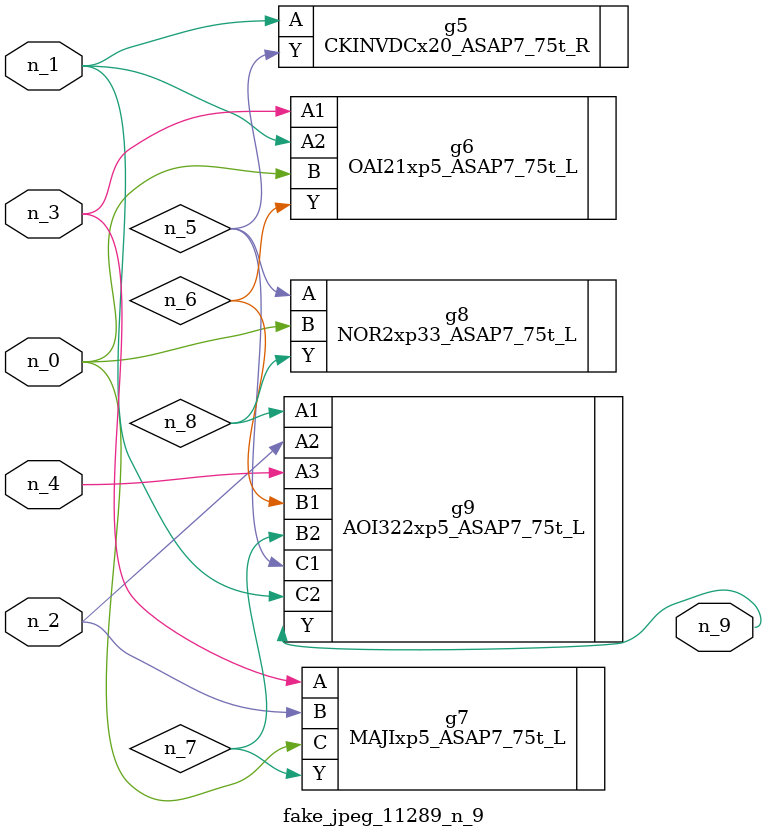
<source format=v>
module fake_jpeg_11289_n_9 (n_3, n_2, n_1, n_0, n_4, n_9);

input n_3;
input n_2;
input n_1;
input n_0;
input n_4;

output n_9;

wire n_8;
wire n_6;
wire n_5;
wire n_7;

CKINVDCx20_ASAP7_75t_R g5 ( 
.A(n_1),
.Y(n_5)
);

OAI21xp5_ASAP7_75t_L g6 ( 
.A1(n_3),
.A2(n_1),
.B(n_0),
.Y(n_6)
);

MAJIxp5_ASAP7_75t_L g7 ( 
.A(n_3),
.B(n_2),
.C(n_0),
.Y(n_7)
);

NOR2xp33_ASAP7_75t_L g8 ( 
.A(n_5),
.B(n_0),
.Y(n_8)
);

AOI322xp5_ASAP7_75t_L g9 ( 
.A1(n_8),
.A2(n_2),
.A3(n_4),
.B1(n_6),
.B2(n_7),
.C1(n_5),
.C2(n_1),
.Y(n_9)
);


endmodule
</source>
